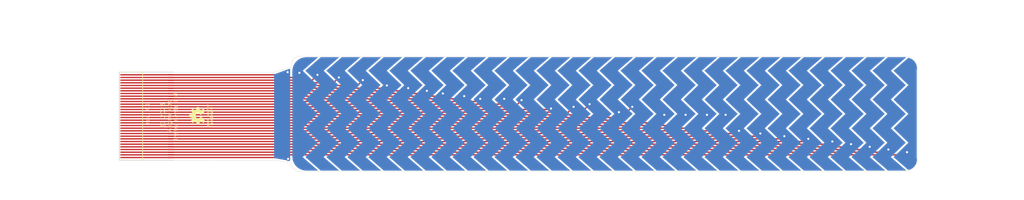
<source format=kicad_pcb>
(kicad_pcb (version 20221018) (generator pcbnew)
  (title_block (title "TRILL FLEX SLIDER") (date "2023-07-21") (rev "C1") (company "Bela / Augmented Instruments Ltd.") (comment 1 "https://bela.io"))
  (layers (0 "F.Cu" signal) (31 "B.Cu" signal) (34 "B.Paste" user) (35 "F.Paste" user) (36 "B.SilkS" user "B.Silkscreen") (37 "F.SilkS" user "F.Silkscreen") (38 "B.Mask" user) (39 "F.Mask" user) (44 "Edge.Cuts" user))
  (net 0 "")
  (net 1 "Net-(C1-Pad2)")
  (net 2 "Net-(C1-Pad3)")
  (net 3 "Net-(C1-Pad4)")
  (net 4 "Net-(C1-Pad5)")
  (net 5 "Net-(C1-Pad6)")
  (net 6 "Net-(C1-Pad7)")
  (net 7 "Net-(C1-Pad8)")
  (net 8 "Net-(C1-Pad9)")
  (net 9 "Net-(C1-Pad10)")
  (net 10 "Net-(C1-Pad11)")
  (net 11 "Net-(C1-Pad12)")
  (net 12 "Net-(C1-Pad13)")
  (net 13 "Net-(C1-Pad14)")
  (net 14 "Net-(C1-Pad15)")
  (net 15 "Net-(C1-Pad16)")
  (net 16 "Net-(C1-Pad17)")
  (net 17 "Net-(C1-Pad18)")
  (net 18 "Net-(C1-Pad19)")
  (net 19 "Net-(C1-Pad20)")
  (net 20 "Net-(C1-Pad21)")
  (net 21 "Net-(C1-Pad22)")
  (net 22 "Net-(C1-Pad23)")
  (net 23 "Net-(C1-Pad24)")
  (net 24 "Net-(C1-Pad25)")
  (net 25 "Net-(C1-Pad26)")
  (net 26 "Net-(C1-Pad27)")
  (net 27 "Net-(C1-Pad28)")
  (net 28 "Net-(C1-Pad29)")
  (net 29 "Net-(C1-Pad30)")
  (net 30 "Net-(C1-Pad31)")
  (net 31 "Net-(C1-Pad1)")
  (footprint "TRILL:TRILL_FLEX_CapSense" (layer "F.Cu") (at 219.41205 98.452)
    (fp_text reference "CS1" hide)
    (fp_text value "TRILL_FLEX-30_CapSense")
    (pad "1" smd circle (at -0.025 0.1 180) (size 1.524 1.524) (layers "B.Cu") (net 1 "Net-(C1-Pad2)"))
    (pad "2" smd circle (at -3.9375 0.1 180) (size 1.524 1.524) (layers "B.Cu") (net 2 "Net-(C1-Pad3)"))
    (pad "3" smd circle (at -7.85 0.1 180) (size 1.524 1.524) (layers "B.Cu") (net 3 "Net-(C1-Pad4)"))
    (pad "4" smd circle (at -11.7625 0.1 180) (size 1.524 1.524) (layers "B.Cu") (net 4 "Net-(C1-Pad5)"))
    (pad "5" smd circle (at -15.675 0.1 180) (size 1.524 1.524) (layers "B.Cu") (net 5 "Net-(C1-Pad6)"))
    (pad "6" smd circle (at -19.5875 0.1 180) (size 1.524 1.524) (layers "B.Cu") (net 6 "Net-(C1-Pad7)"))
    (pad "7" smd circle (at -23.5 0.1 180) (size 1.524 1.524) (layers "B.Cu") (net 7 "Net-(C1-Pad8)"))
    (pad "8" smd circle (at -27.4125 0.1 180) (size 1.524 1.524) (layers "B.Cu") (net 8 "Net-(C1-Pad9)"))
    (pad "9" smd circle (at -31.325 0.1 180) (size 1.524 1.524) (layers "B.Cu") (net 9 "Net-(C1-Pad10)"))
    (pad "10" smd circle (at -35.2375 0.1 180) (size 1.524 1.524) (layers "B.Cu") (net 10 "Net-(C1-Pad11)"))
    (pad "11" smd circle (at -39.15 0.1 180) (size 1.524 1.524) (layers "B.Cu") (net 11 "Net-(C1-Pad12)"))
    (pad "12" smd circle (at -43.0625 0.1 180) (size 1.524 1.524) (layers "B.Cu") (net 12 "Net-(C1-Pad13)"))
    (pad "13" smd circle (at -46.975 0.1 180) (size 1.524 1.524) (layers "B.Cu") (net 13 "Net-(C1-Pad14)"))
    (pad "14" smd circle (at -50.8875 0.1 180) (size 1.524 1.524) (layers "B.Cu") (net 14 "Net-(C1-Pad15)"))
    (pad "15" smd circle (at -54.8 0.1 180) (size 1.524 1.524) (layers "B.Cu") (net 15 "Net-(C1-Pad16)"))
    (pad "16" smd circle (at -58.7125 0.1 180) (size 1.524 1.524) (layers "B.Cu") (net 16 "Net-(C1-Pad17)"))
    (pad "17" smd circle (at -62.625 0.1 180) (size 1.524 1.524) (layers "B.Cu") (net 17 "Net-(C1-Pad18)"))
    (pad "18" smd circle (at -66.5375 0.1 180) (size 1.524 1.524) (layers "B.Cu") (net 18 "Net-(C1-Pad19)"))
    (pad "19" smd circle (at -70.45 0.1 180) (size 1.524 1.524) (layers "B.Cu") (net 19 "Net-(C1-Pad20)"))
    (pad "20" smd circle (at -74.3625 0.1 180) (size 1.524 1.524) (layers "B.Cu") (net 20 "Net-(C1-Pad21)"))
    (pad "21" smd circle (at -78.275 0.1 180) (size 1.524 1.524) (layers "B.Cu") (net 21 "Net-(C1-Pad22)"))
    (pad "22" smd circle (at -82.1875 0.1 180) (size 1.524 1.524) (layers "B.Cu") (net 22 "Net-(C1-Pad23)"))
    (pad "23" smd circle (at -86.1 0.1 180) (size 1.524 1.524) (layers "B.Cu") (net 23 "Net-(C1-Pad24)"))
    (pad "24" smd circle (at -90.0125 0.1 180) (size 1.524 1.524) (layers "B.Cu") (net 24 "Net-(C1-Pad25)"))
    (pad "25" smd circle (at -93.925 0.1 180) (size 1.524 1.524) (layers "B.Cu") (net 25 "Net-(C1-Pad26)"))
    (pad "26" smd circle (at -97.8375 0.1 180) (size 1.524 1.524) (layers "B.Cu") (net 26 "Net-(C1-Pad27)"))
    (pad "27" smd circle (at -101.75 0.1 180) (size 1.524 1.524) (layers "B.Cu") (net 27 "Net-(C1-Pad28)"))
    (pad "28" smd circle (at -105.6625 0.1 180) (size 1.524 1.524) (layers "B.Cu") (net 28 "Net-(C1-Pad29)"))
    (pad "29" smd circle (at -109.575 0.1 180) (size 1.524 1.524) (layers "B.Cu") (net 29 "Net-(C1-Pad30)"))
    (pad "30" smd circle (at -113.4875 0.1 180) (size 1.524 1.524) (layers "B.Cu") (net 30 "Net-(C1-Pad31)"))
    (pad "GND" smd circle (at -117.3875 0.1 180) (size 1.524 1.524) (layers "B.Cu") (net 31 "Net-(C1-Pad1)"))
  )
  (footprint "TRILL:trill_flex_connector_long" (layer "F.Cu") (at 76.3016 113.157 90)
    (fp_text reference "C1" hide)
    (fp_text value "trill-flex-conector")
    (fp_line (start -0.525 -5.165) (end 15.975 -5.165) (stroke (width 0.12)) (layer "Edge.Cuts"))
    (fp_line (start -0.525 5.015) (end -0.525 -5.165) (stroke (width 0.12)) (layer "Edge.Cuts"))
    (fp_line (start 15.975 5.015) (end 15.975 -5.165) (stroke (width 0.12)) (layer "Edge.Cuts"))
    (pad "1" smd custom (at -0.025 4.015 90) (size 0.25 2) (layers "F.Cu") (net 31 "Net-(C1-Pad1)") (options (clearance outline) (anchor rect)) (primitives (gr_poly (pts (xy -0.125 -1) (xy -0.125 -9) (xy 0.125 -9) (xy 0.125 -1)) (width 0) (fill yes))))
    (pad "2" smd custom (at 0.475 4.015 90) (size 0.25 2) (layers "F.Cu") (net 1 "Net-(C1-Pad2)") (options (clearance outline) (anchor rect)) (primitives (gr_poly (pts (xy -0.125 -1) (xy -0.125 -9) (xy 0.125 -9) (xy 0.125 -1)) (width 0) (fill yes))))
    (pad "3" smd custom (at 0.975 4.015 90) (size 0.25 2) (layers "F.Cu") (net 2 "Net-(C1-Pad3)") (options (clearance outline) (anchor rect)) (primitives (gr_poly (pts (xy -0.125 -1) (xy -0.125 -9) (xy 0.125 -9) (xy 0.125 -1)) (width 0) (fill yes))))
    (pad "4" smd custom (at 1.475 4.015 90) (size 0.25 2) (layers "F.Cu") (net 3 "Net-(C1-Pad4)") (options (clearance outline) (anchor rect)) (primitives (gr_poly (pts (xy -0.125 -1) (xy -0.125 -9) (xy 0.125 -9) (xy 0.125 -1)) (width 0) (fill yes))))
    (pad "5" smd custom (at 1.975 4.015 90) (size 0.25 2) (layers "F.Cu") (net 4 "Net-(C1-Pad5)") (options (clearance outline) (anchor rect)) (primitives (gr_poly (pts (xy -0.125 -1) (xy -0.125 -9) (xy 0.125 -9) (xy 0.125 -1)) (width 0) (fill yes))))
    (pad "6" smd custom (at 2.475 4.015 90) (size 0.25 2) (layers "F.Cu") (net 5 "Net-(C1-Pad6)") (options (clearance outline) (anchor rect)) (primitives (gr_poly (pts (xy -0.125 -1) (xy -0.125 -9) (xy 0.125 -9) (xy 0.125 -1)) (width 0) (fill yes))))
    (pad "7" smd custom (at 2.975 4.015 90) (size 0.25 2) (layers "F.Cu") (net 6 "Net-(C1-Pad7)") (options (clearance outline) (anchor rect)) (primitives (gr_poly (pts (xy -0.125 -1) (xy -0.125 -9) (xy 0.125 -9) (xy 0.125 -1)) (width 0) (fill yes))))
    (pad "8" smd custom (at 3.475 4.015 90) (size 0.25 2) (layers "F.Cu") (net 7 "Net-(C1-Pad8)") (options (clearance outline) (anchor rect)) (primitives (gr_poly (pts (xy -0.125 -1) (xy -0.125 -9) (xy 0.125 -9) (xy 0.125 -1)) (width 0) (fill yes))))
    (pad "9" smd custom (at 3.975 4.015 90) (size 0.25 2) (layers "F.Cu") (net 8 "Net-(C1-Pad9)") (options (clearance outline) (anchor rect)) (primitives (gr_poly (pts (xy -0.125 -1) (xy -0.125 -9) (xy 0.125 -9) (xy 0.125 -1)) (width 0) (fill yes))))
    (pad "10" smd custom (at 4.475 4.015 90) (size 0.25 2) (layers "F.Cu") (net 9 "Net-(C1-Pad10)") (options (clearance outline) (anchor rect)) (primitives (gr_poly (pts (xy -0.125 -1) (xy -0.125 -9) (xy 0.125 -9) (xy 0.125 -1)) (width 0) (fill yes))))
    (pad "11" smd custom (at 4.975 4.015 90) (size 0.25 2) (layers "F.Cu") (net 10 "Net-(C1-Pad11)") (options (clearance outline) (anchor rect)) (primitives (gr_poly (pts (xy -0.125 -1) (xy -0.125 -9) (xy 0.125 -9) (xy 0.125 -1)) (width 0) (fill yes))))
    (pad "12" smd custom (at 5.475 4.015 90) (size 0.25 2) (layers "F.Cu") (net 11 "Net-(C1-Pad12)") (options (clearance outline) (anchor rect)) (primitives (gr_poly (pts (xy -0.125 -1) (xy -0.125 -9) (xy 0.125 -9) (xy 0.125 -1)) (width 0) (fill yes))))
    (pad "13" smd custom (at 5.975 4.015 90) (size 0.25 2) (layers "F.Cu") (net 12 "Net-(C1-Pad13)") (options (clearance outline) (anchor rect)) (primitives (gr_poly (pts (xy -0.125 -1) (xy -0.125 -9) (xy 0.125 -9) (xy 0.125 -1)) (width 0) (fill yes))))
    (pad "14" smd custom (at 6.475 4.015 90) (size 0.25 2) (layers "F.Cu") (net 13 "Net-(C1-Pad14)") (options (clearance outline) (anchor rect)) (primitives (gr_poly (pts (xy -0.125 -1) (xy -0.125 -9) (xy 0.125 -9) (xy 0.125 -1)) (width 0) (fill yes))))
    (pad "15" smd custom (at 6.975 4.015 90) (size 0.25 2) (layers "F.Cu") (net 14 "Net-(C1-Pad15)") (options (clearance outline) (anchor rect)) (primitives (gr_poly (pts (xy -0.125 -1) (xy -0.125 -9) (xy 0.125 -9) (xy 0.125 -1)) (width 0) (fill yes))))
    (pad "16" smd custom (at 7.475 4.015 90) (size 0.25 2) (layers "F.Cu") (net 15 "Net-(C1-Pad16)") (options (clearance outline) (anchor rect)) (primitives (gr_poly (pts (xy -0.125 -1) (xy -0.125 -9) (xy 0.125 -9) (xy 0.125 -1)) (width 0) (fill yes))))
    (pad "17" smd custom (at 7.975 4.015 90) (size 0.25 2) (layers "F.Cu") (net 16 "Net-(C1-Pad17)") (options (clearance outline) (anchor rect)) (primitives (gr_poly (pts (xy -0.125 -1) (xy -0.125 -9) (xy 0.125 -9) (xy 0.125 -1)) (width 0) (fill yes))))
    (pad "18" smd custom (at 8.475 4.015 90) (size 0.25 2) (layers "F.Cu") (net 17 "Net-(C1-Pad18)") (options (clearance outline) (anchor rect)) (primitives (gr_poly (pts (xy -0.125 -1) (xy -0.125 -9) (xy 0.125 -9) (xy 0.125 -1)) (width 0) (fill yes))))
    (pad "19" smd custom (at 8.975 4.015 90) (size 0.25 2) (layers "F.Cu") (net 18 "Net-(C1-Pad19)") (options (clearance outline) (anchor rect)) (primitives (gr_poly (pts (xy -0.125 -1) (xy -0.125 -9) (xy 0.125 -9) (xy 0.125 -1)) (width 0) (fill yes))))
    (pad "20" smd custom (at 9.475 4.015 90) (size 0.25 2) (layers "F.Cu") (net 19 "Net-(C1-Pad20)") (options (clearance outline) (anchor rect)) (primitives (gr_poly (pts (xy -0.125 -1) (xy -0.125 -9) (xy 0.125 -9) (xy 0.125 -1)) (width 0) (fill yes))))
    (pad "21" smd custom (at 9.975 4.015 90) (size 0.25 2) (layers "F.Cu") (net 20 "Net-(C1-Pad21)") (options (clearance outline) (anchor rect)) (primitives (gr_poly (pts (xy -0.125 -1) (xy -0.125 -9) (xy 0.125 -9) (xy 0.125 -1)) (width 0) (fill yes))))
    (pad "22" smd custom (at 10.475 4.015 90) (size 0.25 2) (layers "F.Cu") (net 21 "Net-(C1-Pad22)") (options (clearance outline) (anchor rect)) (primitives (gr_poly (pts (xy -0.125 -1) (xy -0.125 -9) (xy 0.125 -9) (xy 0.125 -1)) (width 0) (fill yes))))
    (pad "23" smd custom (at 10.975 4.015 90) (size 0.25 2) (layers "F.Cu") (net 22 "Net-(C1-Pad23)") (options (clearance outline) (anchor rect)) (primitives (gr_poly (pts (xy -0.125 -1) (xy -0.125 -9) (xy 0.125 -9) (xy 0.125 -1)) (width 0) (fill yes))))
    (pad "24" smd custom (at 11.475 4.015 90) (size 0.25 2) (layers "F.Cu") (net 23 "Net-(C1-Pad24)") (options (clearance outline) (anchor rect)) (primitives (gr_poly (pts (xy -0.125 -1) (xy -0.125 -9) (xy 0.125 -9) (xy 0.125 -1)) (width 0) (fill yes))))
    (pad "25" smd custom (at 11.975 4.015 90) (size 0.25 2) (layers "F.Cu") (net 24 "Net-(C1-Pad25)") (options (clearance outline) (anchor rect)) (primitives (gr_poly (pts (xy -0.125 -1) (xy -0.125 -9) (xy 0.125 -9) (xy 0.125 -1)) (width 0) (fill yes))))
    (pad "26" smd custom (at 12.475 4.015 90) (size 0.25 2) (layers "F.Cu") (net 25 "Net-(C1-Pad26)") (options (clearance outline) (anchor rect)) (primitives (gr_poly (pts (xy -0.125 -1) (xy -0.125 -9) (xy 0.125 -9) (xy 0.125 -1)) (width 0) (fill yes))))
    (pad "27" smd custom (at 12.975 4.015 90) (size 0.25 2) (layers "F.Cu") (net 26 "Net-(C1-Pad27)") (options (clearance outline) (anchor rect)) (primitives (gr_poly (pts (xy -0.125 -1) (xy -0.125 -9) (xy 0.125 -9) (xy 0.125 -1)) (width 0) (fill yes))))
    (pad "28" smd custom (at 13.475 4.015 90) (size 0.25 2) (layers "F.Cu") (net 27 "Net-(C1-Pad28)") (options (clearance outline) (anchor rect)) (primitives (gr_poly (pts (xy -0.125 -1) (xy -0.125 -9) (xy 0.125 -9) (xy 0.125 -1)) (width 0) (fill yes))))
    (pad "29" smd custom (at 13.975 4.015 90) (size 0.25 2) (layers "F.Cu") (net 28 "Net-(C1-Pad29)") (options (clearance outline) (anchor rect)) (primitives (gr_poly (pts (xy -0.125 -1) (xy -0.125 -9) (xy 0.125 -9) (xy 0.125 -1)) (width 0) (fill yes))))
    (pad "30" smd custom (at 14.475 4.015 90) (size 0.25 2) (layers "F.Cu") (net 29 "Net-(C1-Pad30)") (options (clearance outline) (anchor rect)) (primitives (gr_poly (pts (xy -0.125 -1) (xy -0.125 -9) (xy 0.125 -9) (xy 0.125 -1)) (width 0) (fill yes))))
    (pad "31" smd custom (at 14.975 4.015 90) (size 0.25 2) (layers "F.Cu") (net 30 "Net-(C1-Pad31)") (options (clearance outline) (anchor rect)) (primitives (gr_poly (pts (xy -0.125 -1) (xy -0.125 -9) (xy 0.125 -9) (xy 0.125 -1)) (width 0) (fill yes))))
    (pad "32" smd custom (at 15.475 4.015 90) (size 0.25 2) (layers "F.Cu") (net 31 "Net-(C1-Pad1)") (options (clearance outline) (anchor rect)) (primitives (gr_poly (pts (xy -0.125 -1) (xy -0.125 -9) (xy 0.125 -9) (xy 0.125 -1)) (width 0) (fill yes))))
  )
  (footprint "TRILL:OpenSourceHardware_Logo" (layer "F.Cu") (at 86.991142 105.367926 90)
    (fp_text reference "G3" hide)
    (fp_text value "OpenSourceHardware_Logo")
  )
  (gr_arc (start 104.9301 115.7986) (mid 103.841156 115.347544) (end 103.3901 114.2586) (stroke (width 0.05)) (layer "Edge.Cuts"))
  (gr_arc (start 103.3901 95.7486) (mid 103.841156 94.659656) (end 104.9301 94.2086) (stroke (width 0.05)) (layer "Edge.Cuts"))
  (gr_line (start 103.3901 114.2586) (end 103.3901 114.1796) (stroke (width 0.05)) (layer "Edge.Cuts"))
  (gr_line (start 100.2396 113.692) (end 103.3901 114.1796) (stroke (width 0.05)) (layer "Edge.Cuts"))
  (gr_line (start 220.7381 96.7486) (end 220.7381 113.2586) (stroke (width 0.05)) (layer "Edge.Cuts"))
  (gr_arc (start 220.7381 113.2586) (mid 219.994151 115.054651) (end 218.1981 115.7986) (stroke (width 0.05)) (layer "Edge.Cuts"))
  (gr_line (start 218.1981 115.7986) (end 104.9301 115.7986) (stroke (width 0.05)) (layer "Edge.Cuts"))
  (gr_line (start 100.265 97.182) (end 81.3166 97.182) (stroke (width 0.05)) (layer "Edge.Cuts"))
  (gr_line (start 100.265 97.182) (end 103.3901 96.1796) (stroke (width 0.05)) (layer "Edge.Cuts"))
  (gr_line (start 103.3901 96.1796) (end 103.3901 95.7486) (stroke (width 0.05)) (layer "Edge.Cuts"))
  (gr_line (start 100.2396 113.692) (end 81.3166 113.682) (stroke (width 0.05)) (layer "Edge.Cuts"))
  (gr_line (start 104.9301 94.2086) (end 218.1981 94.2086) (stroke (width 0.05)) (layer "Edge.Cuts"))
  (gr_arc (start 218.1981 94.2086) (mid 219.994151 94.952549) (end 220.7381 96.7486) (stroke (width 0.05)) (layer "Edge.Cuts"))
  (gr_text "rev. ${REVISION}" (at 76.4144 104.919 90) (layer "F.SilkS") (effects (font (size 0.75 0.75) (thickness 0.07))))
  (gr_text "© 2023\nAugmented\nInstruments Ltd." (at 82.1294 105.3 90) (layer "F.SilkS") (effects (font (size 0.75 0.75) (thickness 0.07)) (justify bottom)))
  (segment (start 80.3166 112.682) (end 218.2617 112.682) (width 0.25) (layer "F.Cu") (net 1))
  (segment (start 218.2617 112.682) (end 218.7641 112.1796) (width 0.25) (layer "F.Cu") (net 1))
  (via (at 218.7641 112.1796) (size 0.7556) (drill 0.4) (layers "F.Cu" "B.Cu") (net 1))
  (segment (start 214.7617 112.182) (end 215.2641 111.6796) (width 0.25) (layer "F.Cu") (net 2))
  (segment (start 80.3166 112.182) (end 214.7617 112.182) (width 0.25) (layer "F.Cu") (net 2))
  (via (at 215.2641 111.6796) (size 0.7556) (drill 0.4) (layers "F.Cu" "B.Cu") (net 2))
  (segment (start 80.3166 111.682) (end 211.2617 111.682) (width 0.25) (layer "F.Cu") (net 3))
  (segment (start 211.2617 111.682) (end 211.7641 111.1796) (width 0.25) (layer "F.Cu") (net 3))
  (via (at 211.7641 111.1796) (size 0.7556) (drill 0.4) (layers "F.Cu" "B.Cu") (net 3))
  (segment (start 207.7617 111.182) (end 208.2641 110.6796) (width 0.25) (layer "F.Cu") (net 4))
  (segment (start 80.3166 111.182) (end 207.7617 111.182) (width 0.25) (layer "F.Cu") (net 4))
  (via (at 208.2641 110.6796) (size 0.7556) (drill 0.4) (layers "F.Cu" "B.Cu") (net 4))
  (segment (start 80.3166 110.682) (end 204.2617 110.682) (width 0.25) (layer "F.Cu") (net 5))
  (segment (start 204.2617 110.682) (end 204.7641 110.1796) (width 0.25) (layer "F.Cu") (net 5))
  (via (at 204.7641 110.1796) (size 0.7556) (drill 0.4) (layers "F.Cu" "B.Cu") (net 5))
  (segment (start 199.7617 110.182) (end 200.2641 109.6796) (width 0.25) (layer "F.Cu") (net 6))
  (segment (start 80.3166 110.182) (end 199.7617 110.182) (width 0.25) (layer "F.Cu") (net 6))
  (via (at 200.2641 109.6796) (size 0.7556) (drill 0.4) (layers "F.Cu" "B.Cu") (net 6))
  (segment (start 195.2617 109.682) (end 195.7641 109.1796) (width 0.25) (layer "F.Cu") (net 7))
  (segment (start 80.3166 109.682) (end 195.2617 109.682) (width 0.25) (layer "F.Cu") (net 7))
  (via (at 195.7641 109.1796) (size 0.7556) (drill 0.4) (layers "F.Cu" "B.Cu") (net 7))
  (segment (start 190.7617 109.182) (end 191.2641 108.6796) (width 0.25) (layer "F.Cu") (net 8))
  (segment (start 80.3166 109.182) (end 190.7617 109.182) (width 0.25) (layer "F.Cu") (net 8))
  (via (at 191.2641 108.6796) (size 0.7556) (drill 0.4) (layers "F.Cu" "B.Cu") (net 8))
  (segment (start 186.7617 108.682) (end 187.2641 108.1796) (width 0.25) (layer "F.Cu") (net 9))
  (segment (start 80.3166 108.682) (end 186.7617 108.682) (width 0.25) (layer "F.Cu") (net 9))
  (via (at 187.2641 108.1796) (size 0.7556) (drill 0.4) (layers "F.Cu" "B.Cu") (net 9))
  (segment (start 80.3166 108.182) (end 181.7617 108.182) (width 0.25) (layer "F.Cu") (net 10))
  (segment (start 181.7617 108.182) (end 184.7641 105.1796) (width 0.25) (layer "F.Cu") (net 10))
  (via (at 184.7641 105.1796) (size 0.7556) (drill 0.4) (layers "F.Cu" "B.Cu") (net 10))
  (segment (start 181.2641 105.1796) (end 178.7617 107.682) (width 0.25) (layer "F.Cu") (net 11))
  (segment (start 178.7617 107.682) (end 80.3166 107.682) (width 0.25) (layer "F.Cu") (net 11))
  (via (at 181.2641 105.1796) (size 0.7556) (drill 0.4) (layers "F.Cu" "B.Cu") (net 11))
  (segment (start 80.3166 107.182) (end 175.2617 107.182) (width 0.25) (layer "F.Cu") (net 12))
  (segment (start 175.2617 107.182) (end 177.2641 105.1796) (width 0.25) (layer "F.Cu") (net 12))
  (via (at 177.2641 105.1796) (size 0.7556) (drill 0.4) (layers "F.Cu" "B.Cu") (net 12))
  (segment (start 80.3166 106.682) (end 171.7617 106.682) (width 0.25) (layer "F.Cu") (net 13))
  (segment (start 171.7617 106.682) (end 173.2641 105.1796) (width 0.25) (layer "F.Cu") (net 13))
  (via (at 173.2641 105.1796) (size 0.7556) (drill 0.4) (layers "F.Cu" "B.Cu") (net 13))
  (segment (start 167.2641 103.6796) (end 164.7617 106.182) (width 0.25) (layer "F.Cu") (net 14))
  (segment (start 164.7617 106.182) (end 80.3166 106.182) (width 0.25) (layer "F.Cu") (net 14))
  (via (at 167.2641 103.6796) (size 0.7556) (drill 0.4) (layers "F.Cu" "B.Cu") (net 14))
  (segment (start 163.7617 105.682) (end 164.7641 104.6796) (width 0.25) (layer "F.Cu") (net 15))
  (segment (start 80.3166 105.682) (end 163.7617 105.682) (width 0.25) (layer "F.Cu") (net 15))
  (via (at 164.7641 104.6796) (size 0.7556) (drill 0.4) (layers "F.Cu" "B.Cu") (net 15))
  (segment (start 157.2617 105.182) (end 159.2641 103.1796) (width 0.25) (layer "F.Cu") (net 16))
  (segment (start 80.3166 105.182) (end 157.2617 105.182) (width 0.25) (layer "F.Cu") (net 16))
  (via (at 159.2641 103.1796) (size 0.7556) (drill 0.4) (layers "F.Cu" "B.Cu") (net 16))
  (segment (start 80.3166 104.682) (end 155.2641 104.6796) (width 0.25) (layer "F.Cu") (net 17))
  (segment (start 155.2641 104.6796) (end 156.2641 103.6796) (width 0.25) (layer "F.Cu") (net 17))
  (via (at 156.2641 103.6796) (size 0.7556) (drill 0.4) (layers "F.Cu" "B.Cu") (net 17))
  (segment (start 152.030191 103.999604) (end 151.847795 104.182) (width 0.25) (layer "F.Cu") (net 18))
  (segment (start 151.847795 104.182) (end 80.3166 104.182) (width 0.25) (layer "F.Cu") (net 18))
  (via (at 152.030191 103.999604) (size 0.7556) (drill 0.4) (layers "F.Cu" "B.Cu") (net 18))
  (segment (start 145.2641 103.6796) (end 146.5141 102.4296) (width 0.25) (layer "F.Cu") (net 19))
  (segment (start 80.3166 103.682) (end 145.2641 103.6796) (width 0.25) (layer "F.Cu") (net 19))
  (via (at 146.5141 102.4296) (size 0.7556) (drill 0.4) (layers "F.Cu" "B.Cu") (net 19))
  (segment (start 142.2617 103.182) (end 143.2641 102.1796) (width 0.25) (layer "F.Cu") (net 20))
  (segment (start 80.3166 103.182) (end 142.2617 103.182) (width 0.25) (layer "F.Cu") (net 20))
  (via (at 143.2641 102.1796) (size 0.7556) (drill 0.4) (layers "F.Cu" "B.Cu") (net 20))
  (segment (start 138.2641 102.6796) (end 138.7641 102.1796) (width 0.25) (layer "F.Cu") (net 21))
  (segment (start 80.3166 102.682) (end 138.2641 102.6796) (width 0.25) (layer "F.Cu") (net 21))
  (via (at 138.7641 102.1796) (size 0.7556) (drill 0.4) (layers "F.Cu" "B.Cu") (net 21))
  (segment (start 135.2617 102.182) (end 135.7641 101.6796) (width 0.25) (layer "F.Cu") (net 22))
  (segment (start 80.3166 102.182) (end 135.2617 102.182) (width 0.25) (layer "F.Cu") (net 22))
  (via (at 135.7641 101.6796) (size 0.7556) (drill 0.4) (layers "F.Cu" "B.Cu") (net 22))
  (segment (start 80.3166 101.682) (end 131.2617 101.682) (width 0.25) (layer "F.Cu") (net 23))
  (segment (start 131.2617 101.682) (end 131.7641 101.1796) (width 0.25) (layer "F.Cu") (net 23))
  (via (at 131.7641 101.1796) (size 0.7556) (drill 0.4) (layers "F.Cu" "B.Cu") (net 23))
  (segment (start 128.2617 101.182) (end 128.7641 100.6796) (width 0.25) (layer "F.Cu") (net 24))
  (segment (start 80.3166 101.182) (end 128.2617 101.182) (width 0.25) (layer "F.Cu") (net 24))
  (via (at 128.7641 100.6796) (size 0.7556) (drill 0.4) (layers "F.Cu" "B.Cu") (net 24))
  (segment (start 124.7641 100.6796) (end 125.2641 100.1796) (width 0.25) (layer "F.Cu") (net 25))
  (segment (start 80.3166 100.682) (end 124.7641 100.6796) (width 0.25) (layer "F.Cu") (net 25))
  (via (at 125.2641 100.1796) (size 0.7556) (drill 0.4) (layers "F.Cu" "B.Cu") (net 25))
  (segment (start 80.3166 100.182) (end 120.7617 100.182) (width 0.25) (layer "F.Cu") (net 26))
  (segment (start 120.7617 100.182) (end 121.2641 99.6796) (width 0.25) (layer "F.Cu") (net 26))
  (via (at 121.2641 99.6796) (size 0.7556) (drill 0.4) (layers "F.Cu" "B.Cu") (net 26))
  (segment (start 115.7641 99.6796) (end 116.7641 98.6796) (width 0.25) (layer "F.Cu") (net 27))
  (segment (start 80.3166 99.682) (end 115.7641 99.6796) (width 0.25) (layer "F.Cu") (net 27))
  (via (at 116.7641 98.6796) (size 0.7556) (drill 0.4) (layers "F.Cu" "B.Cu") (net 27))
  (segment (start 111.2617 99.182) (end 112.2641 98.1796) (width 0.25) (layer "F.Cu") (net 28))
  (segment (start 80.3166 99.182) (end 111.2617 99.182) (width 0.25) (layer "F.Cu") (net 28))
  (via (at 112.2641 98.1796) (size 0.7556) (drill 0.4) (layers "F.Cu" "B.Cu") (net 28))
  (segment (start 108.2641 97.6796) (end 107.2641 98.6796) (width 0.25) (layer "F.Cu") (net 29))
  (segment (start 107.2641 98.6796) (end 80.3166 98.682) (width 0.25) (layer "F.Cu") (net 29))
  (via (at 108.2641 97.6796) (size 0.7556) (drill 0.4) (layers "F.Cu" "B.Cu") (net 29))
  (segment (start 104.002 98.182) (end 104.8766 97.3074) (width 0.25) (layer "F.Cu") (net 30))
  (segment (start 80.3166 98.182) (end 104.002 98.182) (width 0.25) (layer "F.Cu") (net 30))
  (via (at 104.8766 97.3074) (size 0.8) (drill 0.4) (layers "F.Cu" "B.Cu") (net 30))
  (segment (start 101.7641 113.1796) (end 102.7641 113.4296) (width 0.25) (layer "F.Cu") (net 31))
  (segment (start 102.1652 97.682) (end 80.3166 97.682) (width 0.25) (layer "F.Cu") (net 31))
  (segment (start 80.3166 113.182) (end 80.319 113.1796) (width 0.25) (layer "F.Cu") (net 31))
  (segment (start 80.319 113.1796) (end 101.7641 113.1796) (width 0.25) (layer "F.Cu") (net 31))
  (segment (start 102.6668 97.1804) (end 102.1652 97.682) (width 0.25) (layer "F.Cu") (net 31))
  (via (at 102.7641 113.4296) (size 0.7556) (drill 0.4) (layers "F.Cu" "B.Cu") (net 31))
  (via (at 102.6668 97.1804) (size 0.8) (drill 0.4) (layers "F.Cu" "B.Cu") (net 31))
  (zone (net 6) (net_name "Net-(C1-Pad7)") (layer "B.Cu") (priority 6) (connect_pads (clearance 0.000001)) (min_thickness 0.0889) (fill yes (thermal_gap 0.2278) (thermal_bridge_width 0.2278))
    (polygon (pts (xy 199.977908 96.910583) (xy 202.768561 99.6061) (xy 199.974561 102.30485) (xy 202.768561 105.0036) (xy 199.974561 107.70235) (xy 202.768561 110.4011) (xy 199.977908 113.096617) (xy 202.877203 115.6335) (xy 199.432197 115.6335) (xy 196.540292 113.103083) (xy 199.337639 110.4011) (xy 196.543639 107.70235) (xy 199.337639 105.0036) (xy 196.543639 102.30485) (xy 199.337639 99.6061) (xy 196.540292 96.904117) (xy 199.432197 94.3737) (xy 202.877203 94.3737)))
  )
  (zone (net 9) (net_name "Net-(C1-Pad10)") (layer "B.Cu") (priority 6) (connect_pads (clearance 0.000001)) (min_thickness 0.0889) (fill yes (thermal_gap 0.2278) (thermal_bridge_width 0.2278))
    (polygon (pts (xy 188.166908 96.910583) (xy 190.957561 99.6061) (xy 188.163561 102.30485) (xy 190.957561 105.0036) (xy 188.163561 107.70235) (xy 190.957561 110.4011) (xy 188.166908 113.096617) (xy 191.066203 115.6335) (xy 187.621197 115.6335) (xy 184.729292 113.103083) (xy 187.526639 110.4011) (xy 184.732639 107.70235) (xy 187.526639 105.0036) (xy 184.732639 102.30485) (xy 187.526639 99.6061) (xy 184.729292 96.904117) (xy 187.621197 94.3737) (xy 191.066203 94.3737)))
  )
  (zone (net 28) (net_name "Net-(C1-Pad29)") (layer "B.Cu") (priority 6) (connect_pads (clearance 0.000001)) (min_thickness 0.0889) (fill yes (thermal_gap 0.2278) (thermal_bridge_width 0.2278))
    (polygon (pts (xy 113.363908 96.910583) (xy 116.154561 99.6061) (xy 113.360561 102.30485) (xy 116.154561 105.0036) (xy 113.360561 107.70235) (xy 116.154561 110.4011) (xy 113.363908 113.096617) (xy 116.263203 115.6335) (xy 112.818197 115.6335) (xy 109.926292 113.103083) (xy 112.723639 110.4011) (xy 109.929639 107.70235) (xy 112.723639 105.0036) (xy 109.929639 102.30485) (xy 112.723639 99.6061) (xy 109.926292 96.904117) (xy 112.818197 94.3737) (xy 116.263203 94.3737)))
  )
  (zone (net 20) (net_name "Net-(C1-Pad21)") (layer "B.Cu") (priority 6) (connect_pads (clearance 0.000001)) (min_thickness 0.0889) (fill yes (thermal_gap 0.2278) (thermal_bridge_width 0.2278))
    (polygon (pts (xy 144.859908 96.910583) (xy 147.650561 99.6061) (xy 144.856561 102.30485) (xy 147.650561 105.0036) (xy 144.856561 107.70235) (xy 147.650561 110.4011) (xy 144.859908 113.096617) (xy 147.759203 115.6335) (xy 144.314197 115.6335) (xy 141.422292 113.103083) (xy 144.219639 110.4011) (xy 141.425639 107.70235) (xy 144.219639 105.0036) (xy 141.425639 102.30485) (xy 144.219639 99.6061) (xy 141.422292 96.904117) (xy 144.314197 94.3737) (xy 147.759203 94.3737)))
  )
  (zone (net 5) (net_name "Net-(C1-Pad6)") (layer "B.Cu") (priority 6) (connect_pads (clearance 0.000001)) (min_thickness 0.0889) (fill yes (thermal_gap 0.2278) (thermal_bridge_width 0.2278))
    (polygon (pts (xy 203.914908 96.910583) (xy 206.705561 99.6061) (xy 203.911561 102.30485) (xy 206.705561 105.0036) (xy 203.911561 107.70235) (xy 206.705561 110.4011) (xy 203.914908 113.096617) (xy 206.814203 115.6335) (xy 203.369197 115.6335) (xy 200.477292 113.103083) (xy 203.274639 110.4011) (xy 200.480639 107.70235) (xy 203.274639 105.0036) (xy 200.480639 102.30485) (xy 203.274639 99.6061) (xy 200.477292 96.904117) (xy 203.369197 94.3737) (xy 206.814203 94.3737)))
  )
  (zone (net 25) (net_name "Net-(C1-Pad26)") (layer "B.Cu") (priority 6) (connect_pads (clearance 0.000001)) (min_thickness 0.0889) (fill yes (thermal_gap 0.2278) (thermal_bridge_width 0.2278))
    (polygon (pts (xy 125.174908 96.910583) (xy 127.965561 99.6061) (xy 125.171561 102.30485) (xy 127.965561 105.0036) (xy 125.171561 107.70235) (xy 127.965561 110.4011) (xy 125.174908 113.096617) (xy 128.074203 115.6335) (xy 124.629197 115.6335) (xy 121.737292 113.103083) (xy 124.534639 110.4011) (xy 121.740639 107.70235) (xy 124.534639 105.0036) (xy 121.740639 102.30485) (xy 124.534639 99.6061) (xy 121.737292 96.904117) (xy 124.629197 94.3737) (xy 128.074203 94.3737)))
  )
  (zone (net 7) (net_name "Net-(C1-Pad8)") (layer "B.Cu") (priority 6) (connect_pads (clearance 0.000001)) (min_thickness 0.0889) (fill yes (thermal_gap 0.2278) (thermal_bridge_width 0.2278))
    (polygon (pts (xy 196.040908 96.910583) (xy 198.831561 99.6061) (xy 196.037561 102.30485) (xy 198.831561 105.0036) (xy 196.037561 107.70235) (xy 198.831561 110.4011) (xy 196.040908 113.096617) (xy 198.940203 115.6335) (xy 195.495197 115.6335) (xy 192.603292 113.103083) (xy 195.400639 110.4011) (xy 192.606639 107.70235) (xy 195.400639 105.0036) (xy 192.606639 102.30485) (xy 195.400639 99.6061) (xy 192.603292 96.904117) (xy 195.495197 94.3737) (xy 198.940203 94.3737)))
  )
  (zone (net 17) (net_name "Net-(C1-Pad18)") (layer "B.Cu") (priority 6) (connect_pads (clearance 0.000001)) (min_thickness 0.0889) (fill yes (thermal_gap 0.2278) (thermal_bridge_width 0.2278))
    (polygon (pts (xy 156.670908 96.910583) (xy 159.461561 99.6061) (xy 156.667561 102.30485) (xy 159.461561 105.0036) (xy 156.667561 107.70235) (xy 159.461561 110.4011) (xy 156.670908 113.096617) (xy 159.570203 115.6335) (xy 156.125197 115.6335) (xy 153.233292 113.103083) (xy 156.030639 110.4011) (xy 153.236639 107.70235) (xy 156.030639 105.0036) (xy 153.236639 102.30485) (xy 156.030639 99.6061) (xy 153.233292 96.904117) (xy 156.125197 94.3737) (xy 159.570203 94.3737)))
  )
  (zone (net 27) (net_name "Net-(C1-Pad28)") (layer "B.Cu") (priority 6) (connect_pads (clearance 0.000001)) (min_thickness 0.0889) (fill yes (thermal_gap 0.2278) (thermal_bridge_width 0.2278))
    (polygon (pts (xy 117.300908 96.910583) (xy 120.091561 99.6061) (xy 117.297561 102.30485) (xy 120.091561 105.0036) (xy 117.297561 107.70235) (xy 120.091561 110.4011) (xy 117.300908 113.096617) (xy 120.200203 115.6335) (xy 116.755197 115.6335) (xy 113.863292 113.103083) (xy 116.660639 110.4011) (xy 113.866639 107.70235) (xy 116.660639 105.0036) (xy 113.866639 102.30485) (xy 116.660639 99.6061) (xy 113.863292 96.904117) (xy 116.755197 94.3737) (xy 120.200203 94.3737)))
  )
  (zone (net 8) (net_name "Net-(C1-Pad9)") (layer "B.Cu") (priority 6) (connect_pads (clearance 0.000001)) (min_thickness 0.0889) (fill yes (thermal_gap 0.2278) (thermal_bridge_width 0.2278))
    (polygon (pts (xy 192.103908 96.910583) (xy 194.894561 99.6061) (xy 192.100561 102.30485) (xy 194.894561 105.0036) (xy 192.100561 107.70235) (xy 194.894561 110.4011) (xy 192.103908 113.096617) (xy 195.003203 115.6335) (xy 191.558197 115.6335) (xy 188.666292 113.103083) (xy 191.463639 110.4011) (xy 188.669639 107.70235) (xy 191.463639 105.0036) (xy 188.669639 102.30485) (xy 191.463639 99.6061) (xy 188.666292 96.904117) (xy 191.558197 94.3737) (xy 195.003203 94.3737)))
  )
  (zone (net 30) (net_name "Net-(C1-Pad31)") (layer "B.Cu") (priority 6) (connect_pads (clearance 0.000001)) (min_thickness 0.0889) (fill yes (thermal_gap 0.2278) (thermal_bridge_width 0.2278))
    (polygon (pts (xy 105.489908 96.910583) (xy 108.280561 99.6061) (xy 105.486561 102.30485) (xy 108.280561 105.0036) (xy 105.486561 107.70235) (xy 108.280561 110.4011) (xy 105.489908 113.096617) (xy 108.389203 115.6335) (xy 106.18119 115.6335) (xy 105.840934 115.611199) (xy 105.503642 115.544107) (xy 105.17799 115.433563) (xy 104.869555 115.28146) (xy 104.583611 115.090397) (xy 104.325052 114.863648) (xy 104.098303 114.605089) (xy 103.90724 114.319145) (xy 103.755137 114.01071) (xy 103.644593 113.685058) (xy 103.577501 113.347766) (xy 103.5552 113.00751) (xy 103.5552 96.99969) (xy 103.577501 96.659434) (xy 103.644593 96.322142) (xy 103.755137 95.99649) (xy 103.90724 95.688055) (xy 104.098303 95.402111) (xy 104.325052 95.143552) (xy 104.583611 94.916803) (xy 104.869555 94.72574) (xy 105.17799 94.573637) (xy 105.503642 94.463093) (xy 105.840934 94.396001) (xy 106.18119 94.3737) (xy 108.389203 94.3737)))
  )
  (zone (net 29) (net_name "Net-(C1-Pad30)") (layer "B.Cu") (priority 6) (connect_pads (clearance 0.000001)) (min_thickness 0.0889) (fill yes (thermal_gap 0.2278) (thermal_bridge_width 0.2278))
    (polygon (pts (xy 109.426908 96.910583) (xy 112.217561 99.6061) (xy 109.423561 102.30485) (xy 112.217561 105.0036) (xy 109.423561 107.70235) (xy 112.217561 110.4011) (xy 109.426908 113.096617) (xy 112.326203 115.6335) (xy 108.881197 115.6335) (xy 105.989292 113.103083) (xy 108.786639 110.4011) (xy 105.992639 107.70235) (xy 108.786639 105.0036) (xy 105.992639 102.30485) (xy 108.786639 99.6061) (xy 105.989292 96.904117) (xy 108.881197 94.3737) (xy 112.326203 94.3737)))
  )
  (zone (net 26) (net_name "Net-(C1-Pad27)") (layer "B.Cu") (priority 6) (connect_pads (clearance 0.000001)) (min_thickness 0.0889) (fill yes (thermal_gap 0.2278) (thermal_bridge_width 0.2278))
    (polygon (pts (xy 121.237908 96.910583) (xy 124.028561 99.6061) (xy 121.234561 102.30485) (xy 124.028561 105.0036) (xy 121.234561 107.70235) (xy 124.028561 110.4011) (xy 121.237908 113.096617) (xy 124.137203 115.6335) (xy 120.692197 115.6335) (xy 117.800292 113.103083) (xy 120.597639 110.4011) (xy 117.803639 107.70235) (xy 120.597639 105.0036) (xy 117.803639 102.30485) (xy 120.597639 99.6061) (xy 117.800292 96.904117) (xy 120.692197 94.3737) (xy 124.137203 94.3737)))
  )
  (zone (net 3) (net_name "Net-(C1-Pad4)") (layer "B.Cu") (priority 6) (connect_pads (clearance 0.000001)) (min_thickness 0.0889) (fill yes (thermal_gap 0.2278) (thermal_bridge_width 0.2278))
    (polygon (pts (xy 211.788908 96.910583) (xy 214.579561 99.6061) (xy 211.785561 102.30485) (xy 214.579561 105.0036) (xy 211.785561 107.70235) (xy 214.579561 110.4011) (xy 211.788908 113.096617) (xy 214.688203 115.6335) (xy 211.243197 115.6335) (xy 208.351292 113.103083) (xy 211.148639 110.4011) (xy 208.354639 107.70235) (xy 211.148639 105.0036) (xy 208.354639 102.30485) (xy 211.148639 99.6061) (xy 208.351292 96.904117) (xy 211.243197 94.3737) (xy 214.688203 94.3737)))
  )
  (zone (net 18) (net_name "Net-(C1-Pad19)") (layer "B.Cu") (priority 6) (connect_pads (clearance 0.000001)) (min_thickness 0.0889) (fill yes (thermal_gap 0.2278) (thermal_bridge_width 0.2278))
    (polygon (pts (xy 152.733908 96.910583) (xy 155.524561 99.6061) (xy 152.730561 102.30485) (xy 155.524561 105.0036) (xy 152.730561 107.70235) (xy 155.524561 110.4011) (xy 152.733908 113.096617) (xy 155.633203 115.6335) (xy 152.188197 115.6335) (xy 149.296292 113.103083) (xy 152.093639 110.4011) (xy 149.299639 107.70235) (xy 152.093639 105.0036) (xy 149.299639 102.30485) (xy 152.093639 99.6061) (xy 149.296292 96.904117) (xy 152.188197 94.3737) (xy 155.633203 94.3737)))
  )
  (zone (net 13) (net_name "Net-(C1-Pad14)") (layer "B.Cu") (priority 6) (connect_pads (clearance 0.000001)) (min_thickness 0.0889) (fill yes (thermal_gap 0.2278) (thermal_bridge_width 0.2278))
    (polygon (pts (xy 172.418908 96.910583) (xy 175.209561 99.6061) (xy 172.415561 102.30485) (xy 175.209561 105.0036) (xy 172.415561 107.70235) (xy 175.209561 110.4011) (xy 172.418908 113.096617) (xy 175.318203 115.6335) (xy 171.873197 115.6335) (xy 168.981292 113.103083) (xy 171.778639 110.4011) (xy 168.984639 107.70235) (xy 171.778639 105.0036) (xy 168.984639 102.30485) (xy 171.778639 99.6061) (xy 168.981292 96.904117) (xy 171.873197 94.3737) (xy 175.318203 94.3737)))
  )
  (zone (net 2) (net_name "Net-(C1-Pad3)") (layer "B.Cu") (priority 6) (connect_pads (clearance 0.000001)) (min_thickness 0.0889) (fill yes (thermal_gap 0.2278) (thermal_bridge_width 0.2278))
    (polygon (pts (xy 215.725908 96.910583) (xy 218.516561 99.6061) (xy 215.722561 102.30485) (xy 218.516561 105.0036) (xy 215.722561 107.70235) (xy 218.516561 110.4011) (xy 215.725908 113.096617) (xy 218.625203 115.6335) (xy 215.180197 115.6335) (xy 212.288292 113.103083) (xy 215.085639 110.4011) (xy 212.291639 107.70235) (xy 215.085639 105.0036) (xy 212.291639 102.30485) (xy 215.085639 99.6061) (xy 212.288292 96.904117) (xy 215.180197 94.3737) (xy 218.625203 94.3737)))
  )
  (zone (net 15) (net_name "Net-(C1-Pad16)") (layer "B.Cu") (priority 6) (connect_pads (clearance 0.000001)) (min_thickness 0.0889) (fill yes (thermal_gap 0.2278) (thermal_bridge_width 0.2278))
    (polygon (pts (xy 164.544908 96.910583) (xy 167.335561 99.6061) (xy 164.541561 102.30485) (xy 167.335561 105.0036) (xy 164.541561 107.70235) (xy 167.335561 110.4011) (xy 164.544908 113.096617) (xy 167.444203 115.6335) (xy 163.999197 115.6335) (xy 161.107292 113.103083) (xy 163.904639 110.4011) (xy 161.110639 107.70235) (xy 163.904639 105.0036) (xy 161.110639 102.30485) (xy 163.904639 99.6061) (xy 161.107292 96.904117) (xy 163.999197 94.3737) (xy 167.444203 94.3737)))
  )
  (zone (net 16) (net_name "Net-(C1-Pad17)") (layer "B.Cu") (priority 6) (connect_pads (clearance 0.000001)) (min_thickness 0.0889) (fill yes (thermal_gap 0.2278) (thermal_bridge_width 0.2278))
    (polygon (pts (xy 160.607908 96.910583) (xy 163.398561 99.6061) (xy 160.604561 102.30485) (xy 163.398561 105.0036) (xy 160.604561 107.70235) (xy 163.398561 110.4011) (xy 160.607908 113.096617) (xy 163.507203 115.6335) (xy 160.062197 115.6335) (xy 157.170292 113.103083) (xy 159.967639 110.4011) (xy 157.173639 107.70235) (xy 159.967639 105.0036) (xy 157.173639 102.30485) (xy 159.967639 99.6061) (xy 157.170292 96.904117) (xy 160.062197 94.3737) (xy 163.507203 94.3737)))
  )
  (zone (net 11) (net_name "Net-(C1-Pad12)") (layer "B.Cu") (priority 6) (connect_pads (clearance 0.000001)) (min_thickness 0.0889) (fill yes (thermal_gap 0.2278) (thermal_bridge_width 0.2278))
    (polygon (pts (xy 180.292908 96.910583) (xy 183.083561 99.6061) (xy 180.289561 102.30485) (xy 183.083561 105.0036) (xy 180.289561 107.70235) (xy 183.083561 110.4011) (xy 180.292908 113.096617) (xy 183.192203 115.6335) (xy 179.747197 115.6335) (xy 176.855292 113.103083) (xy 179.652639 110.4011) (xy 176.858639 107.70235) (xy 179.652639 105.0036) (xy 176.858639 102.30485) (xy 179.652639 99.6061) (xy 176.855292 96.904117) (xy 179.747197 94.3737) (xy 183.192203 94.3737)))
  )
  (zone (net 1) (net_name "Net-(C1-Pad2)") (layer "B.Cu") (priority 6) (connect_pads (clearance 0.000001)) (min_thickness 0.0889) (fill yes (thermal_gap 0.2278) (thermal_bridge_width 0.2278))
    (polygon (pts (xy 219.615259 94.718016) (xy 219.87384 94.893677) (xy 220.099187 95.105213) (xy 220.288669 95.349398) (xy 220.437618 95.620217) (xy 220.542369 95.911003) (xy 220.600341 96.214596) (xy 220.610107 96.523519) (xy 220.573 96.817685) (xy 220.573 113.189515) (xy 220.610107 113.483681) (xy 220.600341 113.792604) (xy 220.542369 114.096197) (xy 220.437618 114.386983) (xy 220.288669 114.657802) (xy 220.099187 114.901987) (xy 219.87384 115.113523) (xy 219.618175 115.287203) (xy 219.338489 115.418751) (xy 219.001856 115.516484) (xy 216.225055 113.103311) (xy 219.022639 110.4011) (xy 216.228639 107.70235) (xy 219.022639 105.0036) (xy 216.228639 102.30485) (xy 219.022639 99.6061) (xy 216.225055 96.903889) (xy 219.005351 94.48768)))
  )
  (zone (net 31) (net_name "Net-(C1-Pad1)") (layer "B.Cu") (priority 6) (connect_pads (clearance 0.000001)) (min_thickness 0.125) (fill yes (thermal_gap 0.3) (thermal_bridge_width 0.3))
    (polygon (pts (xy 103.1391 113.829377) (xy 100.1391 113.283922) (xy 100.1391 97.592047) (xy 103.1391 96.501138)))
  )
  (zone (net 10) (net_name "Net-(C1-Pad11)") (layer "B.Cu") (priority 6) (connect_pads (clearance 0.000001)) (min_thickness 0.0889) (fill yes (thermal_gap 0.2278) (thermal_bridge_width 0.2278))
    (polygon (pts (xy 184.229908 96.910583) (xy 187.020561 99.6061) (xy 184.226561 102.30485) (xy 187.020561 105.0036) (xy 184.226561 107.70235) (xy 187.020561 110.4011) (xy 184.229908 113.096617) (xy 187.129203 115.6335) (xy 183.684197 115.6335) (xy 180.792292 113.103083) (xy 183.589639 110.4011) (xy 180.795639 107.70235) (xy 183.589639 105.0036) (xy 180.795639 102.30485) (xy 183.589639 99.6061) (xy 180.792292 96.904117) (xy 183.684197 94.3737) (xy 187.129203 94.3737)))
  )
  (zone (net 4) (net_name "Net-(C1-Pad5)") (layer "B.Cu") (priority 6) (connect_pads (clearance 0.000001)) (min_thickness 0.0889) (fill yes (thermal_gap 0.2278) (thermal_bridge_width 0.2278))
    (polygon (pts (xy 207.851908 96.910583) (xy 210.642561 99.6061) (xy 207.848561 102.30485) (xy 210.642561 105.0036) (xy 207.848561 107.70235) (xy 210.642561 110.4011) (xy 207.851908 113.096617) (xy 210.751203 115.6335) (xy 207.306197 115.6335) (xy 204.414292 113.103083) (xy 207.211639 110.4011) (xy 204.417639 107.70235) (xy 207.211639 105.0036) (xy 204.417639 102.30485) (xy 207.211639 99.6061) (xy 204.414292 96.904117) (xy 207.306197 94.3737) (xy 210.751203 94.3737)))
  )
  (zone (net 12) (net_name "Net-(C1-Pad13)") (layer "B.Cu") (priority 6) (connect_pads (clearance 0.000001)) (min_thickness 0.0889) (fill yes (thermal_gap 0.2278) (thermal_bridge_width 0.2278))
    (polygon (pts (xy 176.355908 96.910583) (xy 179.146561 99.6061) (xy 176.352561 102.30485) (xy 179.146561 105.0036) (xy 176.352561 107.70235) (xy 179.146561 110.4011) (xy 176.355908 113.096617) (xy 179.255203 115.6335) (xy 175.810197 115.6335) (xy 172.918292 113.103083) (xy 175.715639 110.4011) (xy 172.921639 107.70235) (xy 175.715639 105.0036) (xy 172.921639 102.30485) (xy 175.715639 99.6061) (xy 172.918292 96.904117) (xy 175.810197 94.3737) (xy 179.255203 94.3737)))
  )
  (zone (net 24) (net_name "Net-(C1-Pad25)") (layer "B.Cu") (priority 6) (connect_pads (clearance 0.000001)) (min_thickness 0.0889) (fill yes (thermal_gap 0.2278) (thermal_bridge_width 0.2278))
    (polygon (pts (xy 129.111908 96.910583) (xy 131.902561 99.6061) (xy 129.108561 102.30485) (xy 131.902561 105.0036) (xy 129.108561 107.70235) (xy 131.902561 110.4011) (xy 129.111908 113.096617) (xy 132.011203 115.6335) (xy 128.566197 115.6335) (xy 125.674292 113.103083) (xy 128.471639 110.4011) (xy 125.677639 107.70235) (xy 128.471639 105.0036) (xy 125.677639 102.30485) (xy 128.471639 99.6061) (xy 125.674292 96.904117) (xy 128.566197 94.3737) (xy 132.011203 94.3737)))
  )
  (zone (net 21) (net_name "Net-(C1-Pad22)") (layer "B.Cu") (priority 6) (connect_pads (clearance 0.000001)) (min_thickness 0.0889) (fill yes (thermal_gap 0.2278) (thermal_bridge_width 0.2278))
    (polygon (pts (xy 140.922908 96.910583) (xy 143.713561 99.6061) (xy 140.919561 102.30485) (xy 143.713561 105.0036) (xy 140.919561 107.70235) (xy 143.713561 110.4011) (xy 140.922908 113.096617) (xy 143.822203 115.6335) (xy 140.377197 115.6335) (xy 137.485292 113.103083) (xy 140.282639 110.4011) (xy 137.488639 107.70235) (xy 140.282639 105.0036) (xy 137.488639 102.30485) (xy 140.282639 99.6061) (xy 137.485292 96.904117) (xy 140.377197 94.3737) (xy 143.822203 94.3737)))
  )
  (zone (net 22) (net_name "Net-(C1-Pad23)") (layer "B.Cu") (priority 6) (connect_pads (clearance 0.000001)) (min_thickness 0.0889) (fill yes (thermal_gap 0.2278) (thermal_bridge_width 0.2278))
    (polygon (pts (xy 136.985908 96.910583) (xy 139.776561 99.6061) (xy 136.982561 102.30485) (xy 139.776561 105.0036) (xy 136.982561 107.70235) (xy 139.776561 110.4011) (xy 136.985908 113.096617) (xy 139.885203 115.6335) (xy 136.440197 115.6335) (xy 133.548292 113.103083) (xy 136.345639 110.4011) (xy 133.551639 107.70235) (xy 136.345639 105.0036) (xy 133.551639 102.30485) (xy 136.345639 99.6061) (xy 133.548292 96.904117) (xy 136.440197 94.3737) (xy 139.885203 94.3737)))
  )
  (zone (net 23) (net_name "Net-(C1-Pad24)") (layer "B.Cu") (priority 6) (connect_pads (clearance 0.000001)) (min_thickness 0.0889) (fill yes (thermal_gap 0.2278) (thermal_bridge_width 0.2278))
    (polygon (pts (xy 133.048908 96.910583) (xy 135.839561 99.6061) (xy 133.045561 102.30485) (xy 135.839561 105.0036) (xy 133.045561 107.70235) (xy 135.839561 110.4011) (xy 133.048908 113.096617) (xy 135.948203 115.6335) (xy 132.503197 115.6335) (xy 129.611292 113.103083) (xy 132.408639 110.4011) (xy 129.614639 107.70235) (xy 132.408639 105.0036) (xy 129.614639 102.30485) (xy 132.408639 99.6061) (xy 129.611292 96.904117) (xy 132.503197 94.3737) (xy 135.948203 94.3737)))
  )
  (zone (net 14) (net_name "Net-(C1-Pad15)") (layer "B.Cu") (priority 6) (connect_pads (clearance 0.000001)) (min_thickness 0.0889) (fill yes (thermal_gap 0.2278) (thermal_bridge_width 0.2278))
    (polygon (pts (xy 168.481908 96.910583) (xy 171.272561 99.6061) (xy 168.478561 102.30485) (xy 171.272561 105.0036) (xy 168.478561 107.70235) (xy 171.272561 110.4011) (xy 168.481908 113.096617) (xy 171.381203 115.6335) (xy 167.936197 115.6335) (xy 165.044292 113.103083) (xy 167.841639 110.4011) (xy 165.047639 107.70235) (xy 167.841639 105.0036) (xy 165.047639 102.30485) (xy 167.841639 99.6061) (xy 165.044292 96.904117) (xy 167.936197 94.3737) (xy 171.381203 94.3737)))
  )
  (zone (net 19) (net_name "Net-(C1-Pad20)") (layer "B.Cu") (priority 6) (connect_pads (clearance 0.000001)) (min_thickness 0.0889) (fill yes (thermal_gap 0.2278) (thermal_bridge_width 0.2278))
    (polygon (pts (xy 148.796908 96.910583) (xy 151.587561 99.6061) (xy 148.793561 102.30485) (xy 151.587561 105.0036) (xy 148.793561 107.70235) (xy 151.587561 110.4011) (xy 148.796908 113.096617) (xy 151.696203 115.6335) (xy 148.251197 115.6335) (xy 145.359292 113.103083) (xy 148.156639 110.4011) (xy 145.362639 107.70235) (xy 148.156639 105.0036) (xy 145.362639 102.30485) (xy 148.156639 99.6061) (xy 145.359292 96.904117) (xy 148.251197 94.3737) (xy 151.696203 94.3737)))
  )
)
</source>
